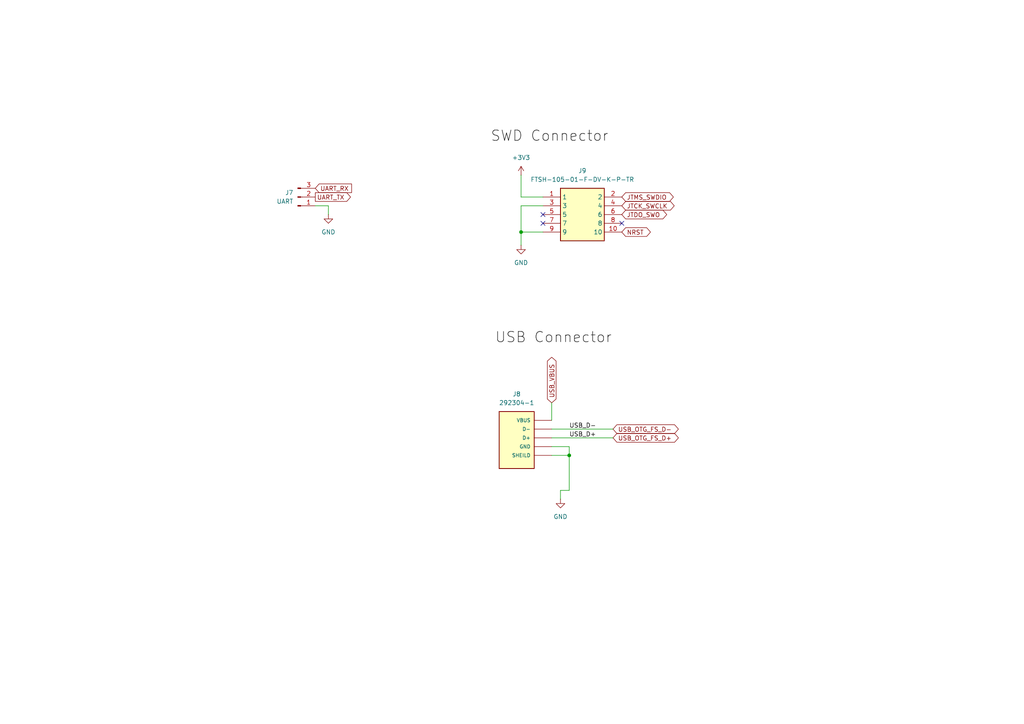
<source format=kicad_sch>
(kicad_sch (version 20231120) (generator "eeschema") (generator_version "8.0")
  (paper "A4")
  (lib_symbols
    (symbol "292304-1:292304-1" (pin_numbers hide) (pin_names (offset 1.016))
      (property "Reference" "J" (at -5.08 7.6454 0))
      (property "Value" "292304-1" (at -5.08 -11.43 0))
      (symbol "292304-1_0_0"
        (rectangle (start -5.08 7.62) (end 5.08 -8.89) (stroke (width 0.254)) (fill (type background)))
        (pin power_in line (at -10.16 -5.08 0) (length 5.08) (name "SHEILD") (number "0"))
        (pin power_in line (at -10.16 5.08 0) (length 5.08) (name "VBUS") (number "1"))
        (pin bidirectional line (at -10.16 2.54 0) (length 5.08) (name "D-") (number "2"))
        (pin bidirectional line (at -10.16 0 0) (length 5.08) (name "D+") (number "3"))
        (pin power_in line (at -10.16 -2.54 0) (length 5.08) (name "GND") (number "4"))
      )
    )
    (symbol "Connector:Conn_01x03_Male" (pin_names (offset 1.016) hide)
      (property "Reference" "J" (at 0 5.08 0))
      (property "Value" "Conn_01x03_Male" (at 0 -5.08 0))
      (symbol "Conn_01x03_Male_1_1"
        (polyline (pts (xy 1.27 -2.54) (xy 0.8636 -2.54)) (stroke (width 0.1524)))
        (polyline (pts (xy 1.27 0) (xy 0.8636 0)) (stroke (width 0.1524)))
        (polyline (pts (xy 1.27 2.54) (xy 0.8636 2.54)) (stroke (width 0.1524)))
        (rectangle (start 0.8636 -2.413) (end 0 -2.667) (stroke (width 0.1524)) (fill (type outline)))
        (rectangle (start 0.8636 0.127) (end 0 -0.127) (stroke (width 0.1524)) (fill (type outline)))
        (rectangle (start 0.8636 2.667) (end 0 2.413) (stroke (width 0.1524)) (fill (type outline)))
        (pin passive line (at 5.08 2.54 180) (length 3.81) (name "Pin_1") (number "1"))
        (pin passive line (at 5.08 0 180) (length 3.81) (name "Pin_2") (number "2"))
        (pin passive line (at 5.08 -2.54 180) (length 3.81) (name "Pin_3") (number "3"))
      )
    )
    (symbol "FTSH-105-01-F-DV-K-P-TR:FTSH-105-01-F-DV-K-P-TR"
      (property "Reference" "J" (at 19.05 7.62 0))
      (property "Value" "FTSH-105-01-F-DV-K-P-TR" (at 19.05 5.08 0))
      (symbol "FTSH-105-01-F-DV-K-P-TR_1_1"
        (rectangle (start 5.08 2.54) (end 17.78 -12.7) (stroke (width 0.254)) (fill (type background)))
        (pin passive line (at 0 0 0) (length 5.08) (name "1") (number "1"))
        (pin passive line (at 22.86 -10.16 180) (length 5.08) (name "10") (number "10"))
        (pin passive line (at 22.86 0 180) (length 5.08) (name "2") (number "2"))
        (pin passive line (at 0 -2.54 0) (length 5.08) (name "3") (number "3"))
        (pin passive line (at 22.86 -2.54 180) (length 5.08) (name "4") (number "4"))
        (pin passive line (at 0 -5.08 0) (length 5.08) (name "5") (number "5"))
        (pin passive line (at 22.86 -5.08 180) (length 5.08) (name "6") (number "6"))
        (pin passive line (at 0 -7.62 0) (length 5.08) (name "7") (number "7"))
        (pin passive line (at 22.86 -7.62 180) (length 5.08) (name "8") (number "8"))
        (pin passive line (at 0 -10.16 0) (length 5.08) (name "9") (number "9"))
      )
    )
    (symbol "power:+3.3V" (power) (pin_numbers hide) (pin_names (offset 0) hide)
      (property "Value" "+3.3V" (at 0 3.556 0))
      (symbol "+3.3V_0_1"
        (polyline (pts (xy -0.762 1.27) (xy 0 2.54)))
        (polyline (pts (xy 0 0) (xy 0 2.54)))
        (polyline (pts (xy 0 2.54) (xy 0.762 1.27)))
      )
      (symbol "+3.3V_1_1"
        (pin power_in line (at 0 0 90) (length 0) (name "~") (number "1"))
      )
    )
    (symbol "power:GND" (power) (pin_numbers hide) (pin_names (offset 0) hide)
      (property "Value" "GND" (at 0 -3.81 0))
      (symbol "GND_0_1"
        (polyline (pts (xy 0 0) (xy 0 -1.27) (xy 1.27 -1.27) (xy 0 -2.54) (xy -1.27 -1.27) (xy 0 -1.27)))
      )
      (symbol "GND_1_1"
        (pin power_in line (at 0 0 270) (length 0) (name "~") (number "1"))
      )
    )
  )
  (junction (at 151.13 67.31))
  (junction (at 165.1 132.08))
  (no_connect (at 157.48 64.77))
  (no_connect (at 157.48 62.23))
  (no_connect (at 180.34 64.77))
  (wire (pts (xy 165.1 129.54) (xy 165.1 132.08)))
  (wire (pts (xy 157.48 59.69) (xy 151.13 59.69)))
  (wire (pts (xy 160.02 116.84) (xy 160.02 121.92)))
  (wire (pts (xy 160.02 124.46) (xy 177.8 124.46)))
  (wire (pts (xy 160.02 127) (xy 177.8 127)))
  (wire (pts (xy 151.13 50.8) (xy 151.13 57.15)))
  (wire (pts (xy 151.13 59.69) (xy 151.13 67.31)))
  (wire (pts (xy 160.02 132.08) (xy 165.1 132.08)))
  (wire (pts (xy 91.44 59.69) (xy 95.25 59.69)))
  (wire (pts (xy 165.1 142.24) (xy 162.56 142.24)))
  (wire (pts (xy 151.13 67.31) (xy 151.13 71.12)))
  (wire (pts (xy 151.13 57.15) (xy 157.48 57.15)))
  (wire (pts (xy 95.25 59.69) (xy 95.25 62.23)))
  (wire (pts (xy 165.1 129.54) (xy 160.02 129.54)))
  (wire (pts (xy 162.56 142.24) (xy 162.56 144.78)))
  (wire (pts (xy 165.1 132.08) (xy 165.1 142.24)))
  (wire (pts (xy 151.13 67.31) (xy 157.48 67.31)))
  (label "USB Connector" (at 143.51 100.33 0) (effects (font (size 3 3))))
  (label "SWD Connector" (at 142.24 41.91 0) (effects (font (size 3 3))))
  (label "USB_D-" (at 165.1 124.46 0))
  (label "USB_D+" (at 165.1 127 0))
  (global_label "USB_OTG_FS_D+" (shape bidirectional) (at 177.8 127 0) (property "Intersheetrefs" "${INTERSHEET_REFS}" (effects (hide yes))))
  (global_label "USB_VBUS" (shape bidirectional) (at 160.02 116.84 90) (property "Intersheetrefs" "${INTERSHEET_REFS}" (effects (hide yes))))
  (global_label "USB_OTG_FS_D-" (shape bidirectional) (at 177.8 124.46 0) (property "Intersheetrefs" "${INTERSHEET_REFS}" (effects (hide yes))))
  (global_label "JTCK_SWCLK" (shape bidirectional) (at 180.34 59.69 0) (property "Intersheetrefs" "${INTERSHEET_REFS}" (effects (hide yes))))
  (global_label "UART_TX" (shape output) (at 91.44 57.15 0) (property "Intersheetrefs" "${INTERSHEET_REFS}" (effects (hide yes))))
  (global_label "NRST" (shape bidirectional) (at 180.34 67.31 0) (property "Intersheetrefs" "${INTERSHEET_REFS}" (effects (hide yes))))
  (global_label "JTDO_SWO" (shape bidirectional) (at 180.34 62.23 0) (property "Intersheetrefs" "${INTERSHEET_REFS}" (effects (hide yes))))
  (global_label "JTMS_SWDIO" (shape bidirectional) (at 180.34 57.15 0) (property "Intersheetrefs" "${INTERSHEET_REFS}" (effects (hide yes))))
  (global_label "UART_RX" (shape input) (at 91.44 54.61 0) (property "Intersheetrefs" "${INTERSHEET_REFS}" (effects (hide yes))))
  (symbol (lib_id "power:GND") (at 95.25 62.23 0) (unit 1)
    (property "Reference" "#PWR028" (effects (hide yes)))
    (property "Value" "GND" (at 95.25 67.31 0))
  )
  (symbol (lib_id "power:+3.3V") (at 151.13 50.8 0) (unit 1)
    (property "Reference" "#PWR029" (effects (hide yes)))
    (property "Value" "+3V3" (at 151.13 45.72 0))
    (property "Description" "Power symbol creates a global label with name \"+3.3V\"" (effects (hide yes)))
  )
  (symbol (lib_id "FTSH-105-01-F-DV-K-P-TR:FTSH-105-01-F-DV-K-P-TR") (at 157.48 57.15 0) (unit 1)
    (property "Reference" "J9" (at 168.91 49.53 0))
    (property "Value" "FTSH-105-01-F-DV-K-P-TR" (at 168.91 52.07 0))
    (property "Footprint" "footprints:FTSH-105-XX-YYY-DV-K-P-TR" (effects (hide yes)))
    (property "Datasheet" "https://www.farnell.com/datasheets/2570365.pdf" (effects (hide yes)))
    (property "Description" "10 Position, High Reliability Header Strips, 0.050&quot; pitch" (effects (hide yes)))
    (property "Mouser Part Number" "FTSH-105-01-F-DV-K-P-TR" (effects (hide yes)))
    (property "Mouser Price/Stock" "https://www.mouser.co.uk/ProductDetail/Samtec/FTSH-105-01-F-DV-K-P-TR?qs=hzq9O0YpnZtIzUJLy10vxQ%3D%3D" (effects (hide yes)))
    (property "Manufacturer_Name" "SAMTEC" (effects (hide yes)))
    (property "Manufacturer_Part_Number" "FTSH-105-01-F-DV-K-P-TR" (effects (hide yes)))
    (property "LCSC" "C5250218" (effects (hide yes)))
    (property "Farnell" "3550948" (effects (hide yes)))
  )
  (symbol (lib_id "power:GND") (at 151.13 71.12 0) (unit 1)
    (property "Reference" "#PWR030" (effects (hide yes)))
    (property "Value" "GND" (at 151.13 76.2 0))
    (property "Description" "Power symbol creates a global label with name \"GND\" , ground" (effects (hide yes)))
  )
  (symbol (lib_id "power:GND") (at 162.56 144.78 0) (mirror y) (unit 1)
    (property "Reference" "#PWR031" (effects (hide yes)))
    (property "Value" "GND" (at 162.56 149.86 0))
  )
  (symbol (lib_id "Connector:Conn_01x03_Male") (at 86.36 57.15 0) (mirror x) (unit 1)
    (property "Reference" "J7" (at 85.09 55.8799 0) (effects (justify right)))
    (property "Value" "UART" (at 85.09 58.4199 0) (effects (justify right)))
    (property "Footprint" "Connector_PinHeader_2.54mm:PinHeader_1x03_P2.54mm_Horizontal" (effects (hide yes)))
    (property "Datasheet" "https://www.farnell.com/datasheets/3148564.pdf" (effects (hide yes)))
    (property "Description" "Connector Header Through Hole 4 position 0.100\" (2.54mm)" (effects (hide yes)))
    (property "MANUFACTURER" "Samtec" (effects (hide yes)))
    (property "Manufacturer_Name" "MULTICOMP PRO" (effects (hide yes)))
    (property "Manufacturer_Part_Number" "TSW-103-14-TM-S" (effects (hide yes)))
    (property "Farnell" "1593427" (effects (hide yes)))
    (property "Mouser Part Number" "MC34747" (effects (hide yes)))
  )
  (symbol (lib_id "292304-1:292304-1") (at 149.86 127 0) (mirror y) (unit 1)
    (property "Reference" "J8" (at 149.86 114.3 0))
    (property "Value" "292304-1" (at 149.86 116.84 0))
    (property "Footprint" "footprints:TE_292304-1" (effects (hide yes)))
    (property "Datasheet" "https://www.farnell.com/datasheets/2365064.pdf" (effects (hide yes)))
    (property "Description" "USB-B (USB TYPE-B) USB 2.0 Receptacle Connector 4 Position Through Hole, Right Angle" (effects (hide yes)))
    (property "Product_Type" "Connector" (effects (hide yes)))
    (property "Comment" "292304-1" (effects (hide yes)))
    (property "Number_of_Positions" "4" (effects (hide yes)))
    (property "Centerline_Pitch" "2.5 mm[.098 in]" (effects (hide yes)))
    (property "EU_RoHS_Compliance" "Compliant" (effects (hide yes)))
    (property "LCSC" "C86462" (effects (hide yes)))
    (property "MANUFACTURER" "TE Connectivity" (effects (hide yes)))
    (property "Manufacturer_Name" "AMP - TE CONNECTIVITY" (effects (hide yes)))
    (property "Manufacturer_Part_Number" "292304-1" (effects (hide yes)))
    (property "Farnell" "1076665" (effects (hide yes)))
    (property "Mouser Part Number" "292304-1" (effects (hide yes)))
  )
)
</source>
